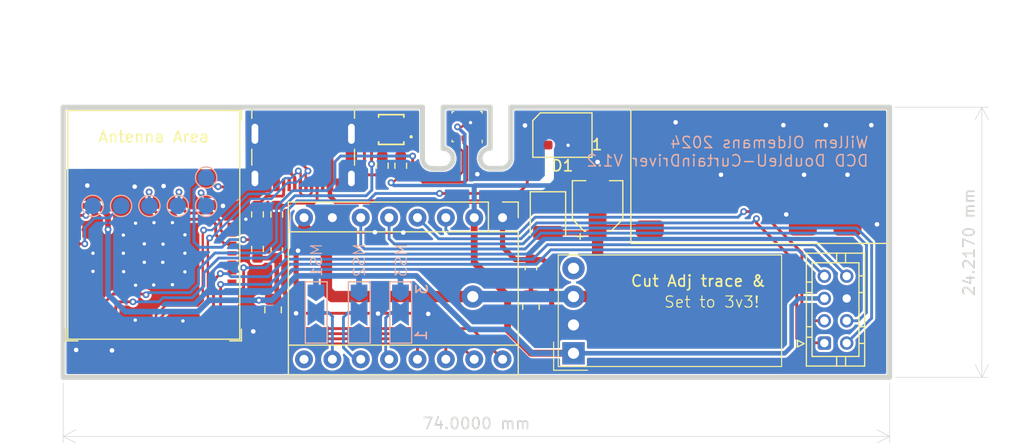
<source format=kicad_pcb>
(kicad_pcb
	(version 20240108)
	(generator "pcbnew")
	(generator_version "8.0")
	(general
		(thickness 1.6)
		(legacy_teardrops no)
	)
	(paper "A4")
	(title_block
		(comment 4 "AISLER Project ID: SWVGLRMQ")
	)
	(layers
		(0 "F.Cu" signal)
		(31 "B.Cu" signal)
		(32 "B.Adhes" user "B.Adhesive")
		(33 "F.Adhes" user "F.Adhesive")
		(34 "B.Paste" user)
		(35 "F.Paste" user)
		(36 "B.SilkS" user "B.Silkscreen")
		(37 "F.SilkS" user "F.Silkscreen")
		(38 "B.Mask" user)
		(39 "F.Mask" user)
		(40 "Dwgs.User" user "User.Drawings")
		(41 "Cmts.User" user "User.Comments")
		(42 "Eco1.User" user "User.Eco1")
		(43 "Eco2.User" user "User.Eco2")
		(44 "Edge.Cuts" user)
		(45 "Margin" user)
		(46 "B.CrtYd" user "B.Courtyard")
		(47 "F.CrtYd" user "F.Courtyard")
		(48 "B.Fab" user)
		(49 "F.Fab" user)
		(50 "User.1" user)
		(51 "User.2" user)
		(52 "User.3" user)
		(53 "User.4" user)
		(54 "User.5" user)
		(55 "User.6" user)
		(56 "User.7" user)
		(57 "User.8" user)
		(58 "User.9" user)
	)
	(setup
		(stackup
			(layer "F.SilkS"
				(type "Top Silk Screen")
				(color "Black")
			)
			(layer "F.Paste"
				(type "Top Solder Paste")
			)
			(layer "F.Mask"
				(type "Top Solder Mask")
				(color "#FFFFFFFF")
				(thickness 0.01)
			)
			(layer "F.Cu"
				(type "copper")
				(thickness 0.035)
			)
			(layer "dielectric 1"
				(type "core")
				(thickness 1.51)
				(material "FR4")
				(epsilon_r 4.5)
				(loss_tangent 0.02)
			)
			(layer "B.Cu"
				(type "copper")
				(thickness 0.035)
			)
			(layer "B.Mask"
				(type "Bottom Solder Mask")
				(color "#FFFFFFFF")
				(thickness 0.01)
			)
			(layer "B.Paste"
				(type "Bottom Solder Paste")
			)
			(layer "B.SilkS"
				(type "Bottom Silk Screen")
				(color "Black")
			)
			(copper_finish "None")
			(dielectric_constraints no)
		)
		(pad_to_mask_clearance 0)
		(allow_soldermask_bridges_in_footprints no)
		(pcbplotparams
			(layerselection 0x00010fc_ffffffff)
			(plot_on_all_layers_selection 0x0000000_00000000)
			(disableapertmacros no)
			(usegerberextensions no)
			(usegerberattributes yes)
			(usegerberadvancedattributes yes)
			(creategerberjobfile yes)
			(dashed_line_dash_ratio 12.000000)
			(dashed_line_gap_ratio 3.000000)
			(svgprecision 4)
			(plotframeref no)
			(viasonmask no)
			(mode 1)
			(useauxorigin no)
			(hpglpennumber 1)
			(hpglpenspeed 20)
			(hpglpendiameter 15.000000)
			(pdf_front_fp_property_popups yes)
			(pdf_back_fp_property_popups yes)
			(dxfpolygonmode yes)
			(dxfimperialunits yes)
			(dxfusepcbnewfont yes)
			(psnegative no)
			(psa4output no)
			(plotreference yes)
			(plotvalue yes)
			(plotfptext yes)
			(plotinvisibletext no)
			(sketchpadsonfab no)
			(subtractmaskfromsilk no)
			(outputformat 1)
			(mirror no)
			(drillshape 1)
			(scaleselection 1)
			(outputdirectory "")
		)
	)
	(net 0 "")
	(net 1 "/STEP_STP")
	(net 2 "GND")
	(net 3 "/STEP_1A")
	(net 4 "/STEP_EN")
	(net 5 "+3V3")
	(net 6 "/LED_DATA")
	(net 7 "/STEP_1B")
	(net 8 "/STEP_2A")
	(net 9 "unconnected-(U1-IO7-Pad11)")
	(net 10 "unconnected-(U1-IO6-Pad10)")
	(net 11 "Net-(A1-MS2)")
	(net 12 "/STEP_RST")
	(net 13 "/STEP_2B")
	(net 14 "Net-(A1-MS3)")
	(net 15 "/STEP_DIR")
	(net 16 "/STEP_SLEEP")
	(net 17 "Net-(A1-MS1)")
	(net 18 "/USB_N")
	(net 19 "/USB_P")
	(net 20 "+12V")
	(net 21 "/HAL_PULSE")
	(net 22 "/HAL_DIR")
	(net 23 "VBUS")
	(net 24 "unconnected-(U1-IO8-Pad12)")
	(net 25 "unconnected-(U1-IO11-Pad15)")
	(net 26 "unconnected-(U1-IO1-Pad5)")
	(net 27 "unconnected-(U1-IO2-Pad6)")
	(net 28 "unconnected-(U1-IO10-Pad14)")
	(net 29 "unconnected-(U1-IO5-Pad9)")
	(net 30 "unconnected-(U1-IO4-Pad8)")
	(net 31 "unconnected-(U1-IO36-Pad32)")
	(net 32 "/SDA")
	(net 33 "/TXD")
	(net 34 "/SCL")
	(net 35 "unconnected-(U1-IO35-Pad31)")
	(net 36 "unconnected-(U1-IO48-Pad30)")
	(net 37 "/RXD")
	(net 38 "/GPIO0")
	(net 39 "unconnected-(U1-IO47-Pad27)")
	(net 40 "/GPIO46")
	(net 41 "unconnected-(U5-SDO-Pad5)")
	(net 42 "/GPIO3")
	(net 43 "/EN")
	(net 44 "unconnected-(U4-NC-Pad4)")
	(net 45 "unconnected-(U4-INT-Pad2)")
	(net 46 "unconnected-(U1-IO45-Pad41)")
	(net 47 "Net-(J5-CC2)")
	(net 48 "Net-(J5-CC1)")
	(net 49 "unconnected-(J5-SBU2-PadB8)")
	(net 50 "unconnected-(J5-SBU1-PadA8)")
	(net 51 "unconnected-(PS1-EN-Pad4)")
	(net 52 "unconnected-(U1-IO41-Pad37)")
	(net 53 "unconnected-(U1-IO26-Pad26)")
	(net 54 "unconnected-(U1-IO40-Pad36)")
	(net 55 "unconnected-(U1-IO39-Pad35)")
	(net 56 "unconnected-(U1-IO42-Pad38)")
	(net 57 "unconnected-(U1-IO9-Pad13)")
	(net 58 "unconnected-(U1-IO37-Pad33)")
	(net 59 "unconnected-(U1-IO21-Pad25)")
	(net 60 "unconnected-(A1-~{ENABLE}-Pad9)")
	(net 61 "unconnected-(D1-DOUT-Pad2)")
	(footprint "Connector_USB:USB_C_Receptacle_Molex_217179" (layer "F.Cu") (at 102.6668 71.006 180))
	(footprint "Module:Regulator module_3v3V_3A_THT" (layer "F.Cu") (at 135.509 85.598 180))
	(footprint "Resistor_SMD:R_0603_1608Metric" (layer "F.Cu") (at 111.4044 72.5932 -90))
	(footprint "Capacitor_SMD:C_0805_2012Metric" (layer "F.Cu") (at 99.9744 85.5218 -90))
	(footprint "Resistor_SMD:R_0603_1608Metric" (layer "F.Cu") (at 109.7534 72.5932 -90))
	(footprint "Resistor_SMD:R_0603_1608Metric" (layer "F.Cu") (at 98.5774 80.0608 -90))
	(footprint "Capacitor_SMD:C_0805_2012Metric" (layer "F.Cu") (at 123.063 85.217 -90))
	(footprint "Diode_SMD:D_1210_3225Metric" (layer "F.Cu") (at 124.587 77.216 -90))
	(footprint "Espressif:ESP32-S3-MINI-1" (layer "F.Cu") (at 89.2914 80.4484))
	(footprint "Capacitor_SMD:C_0603_1608Metric" (layer "F.Cu") (at 123.063 81.788 90))
	(footprint "Module:USB-PD-trigger" (layer "F.Cu") (at 143.51 73.5584 180))
	(footprint "Package_LGA:Bosch_LGA-8_2.5x2.5mm_P0.65mm_ClockwisePinNumbering" (layer "F.Cu") (at 117.348 69.1 180))
	(footprint "OptoDevice:SON-06-FN_2000X2400_AMS" (layer "F.Cu") (at 110.5535 69.352414 180))
	(footprint "Resistor_SMD:R_0603_1608Metric" (layer "F.Cu") (at 98.5774 76.962 -90))
	(footprint "Resistor_SMD:R_0603_1608Metric" (layer "F.Cu") (at 100.3046 76.962 -90))
	(footprint "Module:Pololu_Breakout-16_15.2x20.3mm" (layer "F.Cu") (at 120.523 77.2514 -90))
	(footprint "Capacitor_SMD:CP_Elec_4x5.4" (layer "F.Cu") (at 129.032 76.2 90))
	(footprint "Connector_JST:JST_PHD_B8B-PHDSS_2x04_P2.00mm_Vertical" (layer "F.Cu") (at 149.3365 88.4964 90))
	(footprint "LED_SMD:LED_WS2812B-Mini_PLCC4_3.5x3.5mm" (layer "F.Cu") (at 125.8824 69.85 180))
	(footprint "Capacitor_SMD:C_0603_1608Metric" (layer "F.Cu") (at 100.3 80.1 90))
	(footprint "TestPoint:TestPoint_Pad_D1.5mm" (layer "B.Cu") (at 88.9 76.2 180))
	(footprint "Jumper:SolderJumper-3_P2.0mm_Open_TrianglePad1.0x1.5mm_NumberLabels" (layer "B.Cu") (at 111.379 85.7504 90))
	(footprint "TestPoint:TestPoint_Pad_D1.5mm" (layer "B.Cu") (at 93.98 76.2 180))
	(footprint "TestPoint:TestPoint_Pad_D1.5mm" (layer "B.Cu") (at 86.36 76.2 180))
	(footprint "TestPoint:TestPoint_Pad_D1.5mm" (layer "B.Cu") (at 83.82 76.2 180))
	(footprint "Jumper:SolderJumper-3_P2.0mm_Open_TrianglePad1.0x1.5mm_NumberLabels" (layer "B.Cu") (at 107.6706 85.7504 90))
	(footprint "TestPoint:TestPoint_Pad_D1.5mm" (layer "B.Cu") (at 91.44 76.2 180))
	(footprint "Jumper:SolderJumper-3_P2.0mm_Open_TrianglePad1.0x1.5mm_NumberLabels" (layer "B.Cu") (at 103.8098 85.7504 90))
	(footprint "TestPoint:TestPoint_Pad_D1.5mm" (layer "B.Cu") (at 93.98 73.66 180))
	(gr_line
		(start 155.1784 91.567)
		(end 155.1784 67.35)
		(stroke
			(width 0.45)
			(type default)
		)
		(layer "Edge.Cuts")
		(uuid "0f7381b7-9019-412a-9444-8c5ab05ff073")
	)
	(gr_line
		(start 81.1784 91.567)
		(end 155.1784 91.567)
		(stroke
			(width 0.45)
			(type default)
		)
		(layer "Edge.Cuts")
		(uuid "1662b304-e5c6-4323-91a8-01b4a835ff87")
	)
	(gr_line
		(start 81.1784 91.567)
		(end 81.1784 67.35)
		(stroke
			(width 0.45)
			(type default)
		)
		(layer "Edge.Cuts")
		(uuid "5c8b505a-bb7c-4a18-ba43-9b59b6ee1373")
	)
	(gr_line
		(start 113.35 67.35)
		(end 113.35 71.95)
		(stroke
			(width 0.45)
			(type default)
		)
		(layer "Edge.Cuts")
		(uuid "5fa47b71-a98b-49f9-b5c7-34d7664f4bd8")
	)
	(gr_line
		(start 119.416394 72.8328)
		(end 120.366394 72.8328)
		(stroke
			(width 0.45)
			(type default)
		)
		(layer "Edge.Cuts")
		(uuid "79ba6e91-e85a-4500-9b68-75afeb9dbbf1")
	)
	(gr_line
		(start 119.416394 67.35)
		(end 115.2 67.35)
		(stroke
			(width 0.45)
			(type default)
		)
		(layer "Edge.Cuts")
		(uuid "87762eea-8a93-43a4-8527-10d84353c24f")
	)
	(gr_line
		(start 121.266394 71.9328)
		(end 121.266394 67.35)
		(stroke
			(width 0.45)
			(type default)
		)
		(layer "Edge.Cuts")
		(uuid "a5226c6f-9f52-4741-9b29-7e1c7fad96f9")
	)
	(gr_line
		(start 114.25 72.85)
		(end 115.2 72.85)
		(stroke
			(width 0.45)
			(type default)
		)
		(layer "Edge.Cuts")
		(uuid "afbea572-0c78-4b71-80ed-28b8e05b4b2a")
	)
	(gr_arc
		(start 119.416394 72.8328)
		(mid 118.516394 71.9328)
		(end 119.416394 71.0328)
		(stroke
			(width 0.45)
			(type default)
		)
		(layer "Edge.Cuts")
		(uuid "c187a1b4-1f99-4180-9304-18806c1929dc")
	)
	(gr_arc
		(start 121.266394 71.9328)
		(mid 121.003652 72.570058)
		(end 120.366394 72.8328)
		(stroke
			(width 0.45)
			(type default)
		)
		(layer "Edge.Cuts")
		(uuid "c7e0ec5c-1757-456d-b444-1f6c0463f099")
	)
	(gr_line
		(start 119.416394 71.0328)
		(end 119.416394 67.35)
		(stroke
			(width 0.45)
			(type default)
		)
		(layer "Edge.Cuts")
		(uuid "d3b01630-3053-4b8a-b9a3-1bbb69df3a69")
	)
	(gr_line
		(start 115.2 71.05)
		(end 115.2 67.35)
		(stroke
			(width 0.45)
			(type default)
		)
		(layer "Edge.Cuts")
		(uuid "d4025406-da3a-4422-8923-c2b53184d6dd")
	)
	(gr_arc
		(start 115.2 71.05)
		(mid 116.1 71.95)
		(end 115.2 72.85)
		(stroke
			(width 0.45)
			(type default)
		)
		(layer "Edge.Cuts")
		(uuid "e0874d3a-705a-4cdb-9f3f-8e4b478b270b")
	)
	(gr_arc
		(start 114.25 72.85)
		(mid 113.612742 72.587257)
		(end 113.35 71.95)
		(stroke
			(width 0.45)
			(type default)
		)
		(layer "Edge.Cuts")
		(uuid "e7377db4-ceaa-490c-a8ac-1b4738ecf95d")
	)
	(gr_line
		(start 155.1784 67.35)
		(end 121.266394 67.35)
		(stroke
			(width 0.45)
			(type default)
		)
		(layer "Edge.Cuts")
		(uuid "f6090eff-e4a4-4db1-9ef0-e9d1062fbeed")
	)
	(gr_line
		(start 113.35 67.35)
		(end 81.1784 67.35)
		(stroke
			(width 0.45)
			(type default)
		)
		(layer "Edge.Cuts")
		(uuid "fcc46d19-eb6e-4661-977e-1eb5f98f68f6")
	)
	(gr_text "MS1\n"
		(at 104.4448 79.4766 90)
		(layer "B.SilkS")
		(uuid "377f62fa-5c02-4418-be11-fb22563fc426")
		(effects
			(font
				(size 1 1)
				(thickness 0.1)
			)
			(justify left bottom mirror)
		)
	)
	(gr_text "MS3"
		(at 112.0394 79.4766 90)
		(layer "B.SilkS")
		(uuid "3cac820d-ff23-4e2c-8acd-2032109dd062")
		(effects
			(font
				(size 1 1)
				(thickness 0.1)
			)
			(justify left bottom mirror)
		)
	)
	(gr_text "Willem Oldemans 2024\nDCD DoubleU-CurtainDriver V1.2\n"
		(at 153.3652 72.7456 0)
		(layer "B.SilkS")
		(uuid "931c8843-ce7c-437f-bc10-eb2990d45165")
		(effects
			(font
				(size 1.016 1.016)
				(thickness 0.127)
			)
			(justify left bottom mirror)
		)
	)
	(gr_text "MS2"
		(at 108.2802 79.4766 90)
		(layer "B.SilkS")
		(uuid "eae4f3ae-de2f-4e0b-86aa-41b0df6db60c")
		(effects
			(font
				(size 1 1)
				(thickness 0.1)
			)
			(justify left bottom mirror)
		)
	)
	(dimension
		(type aligned)
		(layer "Edge.Cuts")
		(uuid "446f9656-57d9-44c9-8c67-739f5069f7b2")
		(pts
			(xy 81.1784 91.567) (xy 155.1784 91.567)
		)
		(height 5.289999)
		(gr_text "74.0000 mm"
			(at 118.1784 95.706999 0)
			(layer "Edge.Cuts")
			(uuid "446f9656-57d9-44c9-8c67-739f5069f7b2")
			(effects
				(font
					(size 1 1)
					(thickness 0.15)
				)
			)
		)
		(format
			(prefix "")
			(suffix "")
			(units 3)
			(units_format 1)
			(precision 4)
		)
		(style
			(thickness 0.05)
			(arrow_length 1.27)
			(text_position_mode 0)
			(extension_height 0.58642)
			(extension_offset 0.5) keep_text_aligned)
	)
	(dimension
		(type aligned)
		(layer "Edge.Cuts")
		(uuid "4c08de21-ceeb-4f2b-b74e-460e3fbadb7c")
		(pts
			(xy 155.1784 91.567) (xy 155.1784 67.35)
		)
		(height 8.26)
		(gr_text "24.2170 mm"
			(at 162.2884 79.4585 90)
			(layer "Edge.Cuts")
			(uuid "4c08de21-ceeb-4f2b-b74e-460e3fbadb7c")
			(effects
				(font
					(size 1 1)
					(thickness 0.15)
				)
			)
		)
		(format
			(prefix "")
			(suffix "")
			(units 3)
			(units_format 1)
			(precision 4)
		)
		(style
			(thickness 0.05)
			(arrow_length 1.27)
			(text_position_mode 0)
			(extension_height 0.58642)
			(extension_offset 0.5) keep_text_aligned)
	)
	(segment
		(start 88.0872 89.6112)
		(end 87.5914 89.1154)
		(width 0.254)
		(layer "F.Cu")
		(net 1)
		(uuid "25e0c9c1-b7d2-4c60-a3ad-d56241274624")
	)
	(segment
		(start 117.983 89.9514)
		(end 115.687 87.6554)
		(width 0.254)
		(layer "F.Cu")
		(net 1)
		(uuid "33f16364-43ea-41fb-8681-d6e5423bd71e")
	)
	(segment
		(start 87.5914 89.1154)
		(end 87.5914 87.4484)
		(width 0.254)
		(layer "F.Cu")
		(net 1)
		(uuid "4a002c7a-675f-4b0d-a3a5-53201be199aa")
	)
	(segment
		(start 99.545644 89.6112)
		(end 88.0872 89.6112)
		(width 0.254)
		(layer "F.Cu")
		(net 1)
		(uuid "b48d1b9a-95dc-4458-adf8-6d4d7df53d00")
	)
	(segment
		(start 101.501444 87.6554)
		(end 99.545644 89.6112)
		(width 0.254)
		(layer "F.Cu")
		(net 1)
		(uuid "b8b0ca0a-f68e-472e-9d3a-8dc23e9bd45b")
	)
	(segment
		(start 115.687 87.6554)
		(end 101.501444 87.6554)
		(width 0.254)
		(layer "F.Cu")
		(net 1)
		(uuid "bc84c112-4c5d-410e-bf31-58b7c1194cef")
	)
	(segment
		(start 87.503 76.1746)
		(end 87.503 76.327)
		(width 0.254)
		(layer "F.Cu")
		(net 2)
		(uuid "03a070be-d6e3-4695-b04d-780c99724b23")
	)
	(segment
		(start 109.347 85.8266)
		(end 105.6386 85.8266)
		(width 0.254)
		(layer "F.Cu")
		(net 2)
		(uuid "0617dd34-5932-4281-8d70-bc2655d19ad0")
	)
	(segment
		(start 121.653 81.013)
		(end 120.523 79.883)
		(width 0.4572)
		(layer "F.Cu")
		(net 2)
		(uuid "08dc2606-b53a-40dc-9803-14e623184884")
	)
	(segment
		(start 98.1964 87.4484)
		(end 96.2914 87.4484)
		(width 0.4572)
		(layer "F.Cu")
		(net 2)
		(uuid "1308a1ad-a39d-4511-9634-a2ca85e171c1")
	)
	(segment
		(start 98.5774 77.787)
		(end 97.9038 77.787)
		(width 0.4064)
		(layer "F.Cu")
		(net 2)
		(uuid "13cc14ac-0172-4146-82f2-754570793d37")
	)
	(segment
		(start 108.060999 68.66)
		(end 106.9868 69.734199)
		(width 0.4572)
		(layer "F.Cu")
		(net 2)
		(uuid "15510c4f-c8a6-4e4d-96f4-6f71f6771135")
	)
	(segment
		(start 97.536 77.4192)
		(end 97.536 77.3938)
		(width 0.4064)
		(layer "F.Cu")
		(net 2)
		(uuid "15cf4e7f-e6f6-49f9-8bbc-1afd88044d94")
	)
	(segment
		(start 97.9038 77.787)
		(end 97.536 77.4192)
		(width 0.4064)
		(layer "F.Cu")
		(net 2)
		(uuid "162c44f4-9a33-4116-9b16-8bbb8259206a")
	)
	(segment
		(start 113.8682 85.8774)
		(end 113.8174 85.8266)
		(width 0.254)
		(layer "F.Cu")
		(net 2)
		(uuid "175b5006-563f-4ddd-a633-170bc205d7d9")
	)
	(segment
		(start 87.6414 78.7984)
		(end 86.5842 78.7984)
		(width 0.4572)
		(layer "F.Cu")
		(net 2)
		(uuid "1d819607-c5f0-4211-87f6-269481d9a37f")
	)
	(segment
		(start 120.523 79.883)
		(end 120.523 77.2514)
		(width 0.4572)
		(layer "F.Cu")
		(net 2)
		(uuid "1da0b86f-472a-4962-9d0f-f55d5083831b")
	)
	(segment
		(start 90.9414 78.7984)
		(end 92.0706 78.7984)
		(width 0.4572)
		(layer "F.Cu")
		(net 2)
		(uuid "1ebe1a2b-2d3e-4fae-b85b-8cb6d91b78e3")
	)
	(segment
		(start 87.503 76.327)
		(end 87.6586 76.4826)
		(width 0.254)
		(layer "F.Cu")
		(net 2)
		(uuid "224c4d00-6c8f-4eb0-80c3-b197683eb915")
	)
	(segment
		(start 105.283 77.2514)
		(end 106.5938 78.5622)
		(width 0.254)
		(layer "F.Cu")
		(net 2)
		(uuid "2b242c40-15e3-4c84-8c79-3c5e2171cb7b")
	)
	(segment
		(start 98.061 73.4484)
		(end 98.3468 73.7342)
		(width 0.254)
		(layer "F.Cu")
		(net 2)
		(uuid "2c01b4fa-547a-44cf-99b3-044c63effae4")
	)
	(segment
		(start 151.537 77.906)
		(end 147.537 77.906)
		(width 0.4572)
		(layer "F.Cu")
		(net 2)
		(uuid "2e6e067d-54dd-406f-b677-36c385290ae6")
	)
	(segment
		(start 151.537 73.533)
		(end 151.537 77.906)
		(width 0.4572)
		(layer "F.Cu")
		(net 2)
		(uuid "300d2f37-6879-41d8-ae84-f9236615361f")
	)
	(segment
		(start 86.5974 82.0984)
		(end 86.5918 82.0928)
		(width 0.4572)
		(layer "F.Cu")
		(net 2)
		(uuid "3200bcfd-6c85-4ebe-a652-875c8e4d2d91")
	)
	(segment
		(start 106.5938 78.5622)
		(end 109.093 78.5622)
		(width 0.254)
		(layer "F.Cu")
		(net 2)
		(uuid "332331dd-7c37-4b3f-b8b1-043d85368054")
	)
	(segment
		(start 118.323 70.591397)
		(end 118.323 70.125)
		(width 0.2032)
		(layer "F.Cu")
		(net 2)
		(uuid "33cfbdb1-6129-427d-9976-dddbebc5027b")
	)
	(segment
		(start 98.921799 74.131399)
		(end 98.3468 73.5564)
		(width 0.4572)
		(layer "F.Cu")
		(net 2)
		(uuid "3644e35f-8311-4803-a52f-a7502e5c1740")
	)
	(segment
		(start 149.479 68.961)
		(end 151.482 68.961)
		(width 0.4572)
		(layer "F.Cu")
		(net 2)
		(uuid "3a6c4996-cd2c-44d0-a672-7f4d47e0671f")
	)
	(segment
		(start 87.6414 82.0984)
		(end 86.5974 82.0984)
		(width 0.4572)
		(layer "F.Cu")
		(net 2)
		(uuid "3cbf49fc-16cb-476f-afc6-19d00ef50c91")
	)
	(segment
		(start 153.488 68.906)
		(end 153.543 68.961)
		(width 0.4572)
		(layer "F.Cu")
		(net 2)
		(uuid "3df12c81-a232-4938-a096-4e7c7c6f9d11")
	)
	(segment
		(start 123.063 81.013)
		(end 124.1422 81.013)
		(width 0.4572)
		(layer "F.Cu")
		(net 2)
		(uuid "435020a6-fd68-4ef3-85d6-844e9a3fc275")
	)
	(segment
		(start 117.793828 71.097824)
		(end 118.022276 70.869376)
		(width 0.2032)
		(layer "F.Cu")
		(net 2)
		(uuid "439d1f34-8508-4abb-a6f9-1e18fc99e524")
	)
	(segment
		(start 118.105452 70.808945)
		(end 118.323 70.591397)
		(width 0.2032)
		(layer "F.Cu")
		(net 2)
		(uuid "44ec8d73-86e5-4591-a76c-6f5506a5dbca")
	)
	(segment
		(start 83.3414 74.3712)
		(end 85.6996 74.3712)
		(width 0.254)
		(layer "F.Cu")
		(net 2)
		(uuid "4518ead5-368c-4288-9a33-a87ce65b5706")
	)
	(segment
		(start 129.032 74.4)
		(end 129.032 72.263)
		(width 0.4572)
		(layer "F.Cu")
		(net 2)
		(uuid "463765f9-4f86-4373-afe9-43f42c9e3b8b")
	)
	(segment
		(start 106.411801 74.131399)
		(end 106.9868 73.5564)
		(width 0.4572)
		(layer "F.Cu")
		(net 2)
		(uuid "466a86ef-8450-4c71-9046-d48042cc9742")
	)
	(segment
		(start 89.2914 77.7168)
		(end 89.3096 77.6986)
		(width 0.4572)
		(layer "F.Cu")
		(net 2)
		(uuid "4683f34e-f26a-4ba3-9ed9-b47d4a278983")
	)
	(segment
		(start 133.837 68.706)
		(end 136.016 68.706)
		(width 0.4572)
		(layer "F.Cu")
		(net 2)
		(uuid "4705d857-d5b3-4a2f-97ae-6e5e66b23521")
	)
	(segment
		(start 97.536 77.3938)
		(end 97.5106 77.3938)
		(width 0.4064)
		(layer "F.Cu")
		(net 2)
		(uuid "4ae367fe-aa91-437e-91b5-785b6b87b00a")
	)
	(segment
		(start 83.3414 74.3712)
		(end 83.2142 74.4984)
		(width 0.4572)
		(layer "F.Cu")
		(net 2)
		(uuid "4bc0435c-c644-4832-add1-aae1d72fc202")
	)
	(segment
		(start 108.801399 67.9196)
		(end 108.060999 68.66)
		(width 0.254)
		(layer "F.Cu")
		(net 2)
		(uuid "4e5a29da-620b-484a-b43a-aaed9ea8622d")
	)
	(segment
		(start 110.998 67.9196)
		(end 108.801399 67.9196)
		(width 0.254)
		(layer "F.Cu")
		(net 2)
		(uuid "4fe08998-9381-4cbc-ab46-2061073d1ae2")
	)
	(segment
		(start 151.482 68.961)
		(end 151.537 68.906)
		(width 0.4572)
		(layer "F.Cu")
		(net 2)
		(uuid "52ffbf8e-ca57-4854-8a0f-9b2f3ad2f3c6")
	)
	(segment
		(start 111.379 68.3006)
		(end 110.998 67.9196)
		(width 0.254)
		(layer "F.Cu")
		(net 2)
		(uuid "58737239-dd1a-4d57-a30a-d2f64b8c6d69")
	)
	(segment
		(start 90.9414 82.0984)
		(end 90.9414 83.242)
		(width 0.4572)
		(layer "F.Cu")
		(net 2)
		(uuid "59d8cad2-cb80-4a3c-9493-a4a33ff82fac")
	)
	(segment
		(start 109.3724 85.852)
		(end 109.347 85.8266)
		(width 0.254)
		(layer "F.Cu")
		(net 2)
		(uuid "5b5da32a-2558-46a4-93a5-a4d3b4babd85")
	)
	(segment
		(start 153.996 77.906)
		(end 154.051 77.851)
		(width 0.4572)
		(layer "F.Cu")
		(net 2)
		(uuid "5e2d3faa-7422-43b0-b089-3bae4d3a4c4f")
	)
	(segment
		(start 83.3414 73.4484)
		(end 96.2914 73.4484)
		(width 0.4572)
		(layer "F.Cu")
		(net 2)
		(uuid "6017155f-ef76-429a-aeed-461115b389d6")
	)
	(segment
		(start 83.2142 74.4984)
		(end 82.2914 74.4984)
		(width 0.4572)
		(layer "F.Cu")
		(net 2)
		(uuid "61320601-8c0e-4c75-9f83-f95336bc0b52")
	)
	(segment
		(start 109.1184 78.5876)
		(end 111.633 78.5876)
		(width 0.254)
		(layer "F.Cu")
		(net 2)
		(uuid "62763d66-6206-4932-8a78-737d1bb0a1e7")
	)
	(segment
		(start 87.6414 77.7666)
		(end 87.6586 77.7494)
		(width 0.4572)
		(layer "F.Cu")
		(net 2)
		(uuid "628949c3-7465-48eb-a3f1-27cee0dc9534")
	)
	(segment
		(start 99.466801 74.131399)
		(end 98.921799 74.131399)
		(width 0.4572)
		(layer "F.Cu")
		(net 2)
		(uuid "630bc979-2aff-4e0e-a371-5fcf6d3322b4")
	)
	(segment
		(start 105.866801 74.131399)
		(end 106.411801 74.131399)
		(width 0.4572)
		(layer "F.Cu")
		(net 2)
		(uuid "6405888b-544f-45f7-9663-823ad3e20e2e")
	)
	(segment
		(start 87.5914 73.4484)
		(end 87.5914 74.4606)
		(width 0.4572)
		(layer "F.Cu")
		(net 2)
		(uuid "6429a8ec-2d8b-4bf6-bfc5-1ba274c84539")
	)
	(segment
		(start 89.2914 78.7984)
		(end 89.2914 82.0984)
		(width 0.4572)
		(layer "F.Cu")
		(net 2)
		(uuid "647f19c6-2a57-4006-8f6d-46468b7028bf")
	)
	(segment
		(start 87.6414 78.7984)
		(end 87.6414 77.7666)
		(width 0.4572)
		(layer "F.Cu")
		(net 2)
		(uuid "652bad82-91a2-4835-a1be-d6fa53acab9b")
	)
	(segment
		(start 87.5914 74.4606)
		(end 87.5792 74.4728)
		(width 0.4572)
		(layer "F.Cu")
		(net 2)
		(uuid "66452df4-ba97-4566-a72f-edbb5dd7fd99")
	)
	(segment
		(start 85.6996 74.3712)
		(end 87.503 76.1746)
		(width 0.254)
		(layer "F.Cu")
		(net 2)
		(uuid "67dc49dd-0ee2-45d8-af08-86791a7afd76")
	)
	(segment
		(start 124.9172 86.167)
		(end 125.283 86.167)
		(width 0.4572)
		(layer "F.Cu")
		(net 2)
		(uuid "6a271d5e-7caa-480a-ae2d-606638b272b9")
	)
	(segment
		(start 117.673 68.075)
		(end 117.673 68.7122)
		(width 0.2032)
		(layer "F.Cu")
		(net 2)
		(uuid "6a3c3525-ab49-435c-93cb-4461939d46aa")
	)
	(segment
		(start 82.3642 75.3484)
		(end 82.2914 75.3484)
		(width 0.4572)
		(layer "F.Cu")
		(net 2)
		(uuid "6c517625-5685-4621-9222-0eaf6229868d")
	)
	(segment
		(start 151.537 68.906)
		(end 151.537 73.533)
		(width 0.4572)
		(layer "F.Cu")
		(net 2)
		(uuid "6dc59bf0-d6b6-4406-8517-1e624c7ebc19")
	)
	(segment
		(start 125.984 86.868)
		(end 126.873 86.868)
		(width 0.4572)
		(layer "F.Cu")
		(net 2)
		(uuid "7017be57-bb45-450a-846a-ad282ae22556")
	)
	(segment
		(start 136.016 68.706)
		(end 136.017 68.707)
		(width 0.4572)
		(layer "F.Cu")
		(net 2)
		(uuid "715c72f0-91a4-476c-8858-0fcd661ce531")
	)
	(segment
		(start 90.9414 77.7178)
		(end 90.9606 77.6986)
		(width 0.4572)
		(layer "F.Cu")
		(net 2)
		(uuid "71feeba1-7a02-44fa-ae1c-445c944a4277")
	)
	(segment
		(start 147.537 68.906)
		(end 149.424 68.906)
		(width 0.4572)
		(layer "F.Cu")
		(net 2)
		(uuid "720c20e1-43a6-493e-9b43-235e973b231f")
	)
	(segment
		(start 106.9868 69.734199)
		(end 98.3468 69.734199)
		(width 1.016)
		(layer "F.Cu")
		(net 2)
		(uuid "7224d7fa-0223-4b78-b5e8-3b5394d1cc94")
	)
	(segment
		(start 118.022276 70.869376)
		(end 118.105452 70.808945)
		(width 0.2032)
		(layer "F.Cu")
		(net 2)
		(uuid "72704bbe-56d0-4be4-9d8f-1c53728d1330")
	)
	(segment
		(start 82.2914 89.0614)
		(end 82.34 89.11)
		(width 0.4572)
		(layer "F.Cu")
		(net 2)
		(uuid "73170a8c-0441-4c7f-8782-851722eef54e")
	)
	(segment
		(start 102.2096 80.2132)
		(end 102.0318 80.391)
		(width 0.4572)
		(layer "F.Cu")
		(net 2)
		(uuid "736d6596-038a-4098-b293-83a839ed2617")
	)
	(segment
		(start 82.2914 87.4484)
		(end 82.2914 89.0614)
		(width 0.4572)
		(layer "F.Cu")
		(net 2)
		(uuid "74c59eee-dca0-4925-8a60-33e5945252c9")
	)
	(segment
		(start 145.724 68.906)
		(end 145.669 68.961)
		(width 0.4572)
		(layer "F.Cu")
		(net 2)
		(uuid "76c2c308-4c68-474c-b91e-182d63d95165")
	)
	(segment
		(start 95.485514 76.1984)
		(end 96.2914 76.1984)
		(width 0.4572)
		(layer "F.Cu")
		(net 2)
		(uuid "798f3393-6b47-4159-a9a0-db8fcaaf4e6c")
	)
	(segment
		(start 82.2914 75.3484)
		(end 82.2914 73.4484)
		(width 0.4572)
		(layer "F.Cu")
		(net 2)
		(uuid "79bd9fd8-7471-49e2-84f8-2ecca313e88e")
	)
	(segment
		(start 90.9414 83.242)
		(end 90.9606 83.2612)
		(width 0.4572)
		(layer "F.Cu")
		(net 2)
		(uuid "7a19295f-4483-4691-aa95-ba022b807187")
	)
	(segment
		(start 146.867 77.906)
		(end 145.923 76.962)
		(width 0.4572)
		(layer "F.Cu")
		(net 2)
		(uuid "7ad4e2b7-f8dd-470b-8476-e8017fbaa714")
	)
	(segment
		(start 90.9414 82.1182)
		(end 92.0716 82.1182)
		(width 0.4572)
		(layer "F.Cu")
		(net 2)
		(uuid "7c1ff80f-07ed-4d56-b8df-377940f7da15")
	)
	(segment
		(start 96.2914 76.1984)
		(end 96.2914 76.66)
		(width 0.4572)
		(layer "F.Cu")
		(net 2)
		(uuid "7cb5db55-57d1-4e46-a65f-8046e47be9ca")
	)
	(segment
		(start 87.6414 82.0984)
		(end 87.6414 83.2948)
		(width 0.4572)
		(layer "F.Cu")
		(net 2)
		(uuid "7f1c6e1b-5dd0-4bc9-b215-6f329768e8b5")
	)
	(segment
		(start 123.063 81.013)
		(end 121.653 81.013)
		(width 0.4572)
		(layer "F.Cu")
		(net 2)
		(uuid "8135edd2-387f-440c-b807-e389c243dc23")
	)
	(segment
		(start 143.717 73.406)
		(end 140.081 73.406)
		(width 0.4572)
		(layer "F.Cu")
		(net 2)
		(uuid "81cb28e3-2c4b-406e-86c8-a6582379f94c")
	)
	(segment
		(start 90.9414 80.4484)
		(end 92.0716 80.4484)
		(width 0.4572)
		(layer "F.Cu")
		(net 2)
		(uuid "829e82d4-e7e6-4eda-a67e-b6231ac74f1a")
	)
	(segment
		(start 90.1414 73.4484)
		(end 90.1414 74.3934)
		(width 0.4572)
		(layer "F.Cu")
		(net 2)
		(uuid "88357f44-d7a2-4a2d-85eb-17d808b6e052")
	)
	(segment
		(start 97.1652 77.0484)
		(end 96.2914 77.0484)
		(width 0.4064)
		(layer "F.Cu")
		(net 2)
		(uuid "89525db6-0b80-4a19-a80c-33ab01b0a924")
	)
	(segment
		(start 90.9414 78.7984)
		(end 90.9414 77.7178)
		(width 0.4572)
		(layer "F.Cu")
		(net 2)
		(uuid "89b37466-477c-4544-a970-1322c8b2fb68")
	)
	(segment
		(start 98.9978 87.4484)
		(end 99.9744 86.4718)
		(width 0.4572)
		(layer "F.Cu")
		(net 2)
		(uuid "8c83983d-4852-4559-b577-9d152f3b4bbf")
	)
	(segment
		(start 96.2914 76.66)
		(end 96.2914 77.0484)
		(width 0.4572)
		(layer "F.Cu")
		(net 2)
		(uuid "8dd4bc65-c7ee-4d2f-b0eb-43a2f4b6c1f6")
	)
	(segment
		(start 147.537 77.906)
		(end 146.867 77.906)
		(width 0.4572)
		(layer "F.Cu")
		(net 2)
		(uuid "90ac71a5-cdbf-4045-949b-2e3f09873f3f")
	)
	(segment
		(start 96.3454 87.5024)
		(end 96.2914 87.4484)
		(width 0.4572)
		(layer "F.Cu")
		(net 2)
		(uuid "93901639-9357-414f-abf4-f20e8579b704")
	)
	(segment
		(start 151.537 73.533)
		(end 151.41 73.406)
		(width 0.4572)
		(layer "F.Cu")
		(net 2)
		(uuid "94ed6c74-ce33-4096-aca5-1ad4a22b56e2")
	)
	(segment
		(start 83.3414 73.4484)
		(end 82.2914 73.4484)
		(width 0.4572)
		(layer "F.Cu")
		(net 2)
		(uuid "994fd3a3-7042-48cb-a061-3cad3a1a5b30")
	)
	(segment
		(start 86.573 80.4484)
		(end 86.5664 80.4418)
		(width 0.4572)
		(layer "F.Cu")
		(net 2)
		(uuid "99f7322c-febc-43d1-b877-3df28ad31103")
	)
	(segment
		(start 151.537 68.906)
		(end 153.488 68.906)
		(width 0.4572)
		(layer "F.Cu")
		(net 2)
		(uuid "9b990e5b-9d7b-491d-bc33-e2bee67d440a")
	)
	(segment
		(start 117.673 68.7122)
		(end 117.6528 68.7324)
		(width 0.2032)
		(layer "F.Cu")
		(net 2)
		(uuid "9ee5fb09-b866-482a-b19d-cf474a07634d")
	)
	(segment
		(start 100.3046 79.3204)
		(end 100.3 79.325)
		(width 0.4572)
		(layer "F.Cu")
		(net 2)
		(uuid "a342a31c-2cfc-4a29-8925-9b8d72a46425")
	)
	(segment
		(start 109.3978 85.8266)
		(end 109.3724 85.852)
		(width 0.254)
		(layer "F.Cu")
		(net 2)
		(uuid "a3aaf920-ef88-4810-a994-d417d433bfe5")
	)
	(segment
		(start 100.3046 77.787)
		(end 98.5774 77.787)
		(width 0.4572)
		(layer "F.Cu")
		(net 2)
		(uuid "a7de720a-19c1-4872-81a4-7b9573dfe259")
	)
	(segment
		(start 122.556 68.96)
		(end 122.5296 68.9864)
		(width 0.4572)
		(layer "F.Cu")
		(net 2)
		(uuid "ab5ae55f-4492-4886-86bf-057ebafbfa83")
	)
	(segment
		(start 109.093 78.5622)
		(end 109.1184 78.5876)
		(width 0.254)
		(layer "F.Cu")
		(net 2)
		(uuid "ac631f46-1727-47de-8370-9459ca7208ec")
	)
	(segment
		(start 106.9868 69.734199)
		(end 106.9868 73.7342)
		(width 1.016)
		(layer "F.Cu")
		(net 2)
		(uuid "ad536256-1a89-484f-a6e4-52aa62e00472")
	)
	(segment
		(start 125.283 86.167)
		(end 125.984 86.868)
		(width 0.4572)
		(layer "F.Cu")
		(net 2)
		(uuid "af00c42d-40bc-4ee4-8211-415296eec827")
	)
	(segment
		(start 149.424 68.906)
		(end 149.479 68.961)
		(width 0.4572)
		(layer "F.Cu")
		(net 2)
		(uuid "af091956-08bf-4332-b23b-cdcfe209b355")
	)
	(segment
		(start 87.6414 78.7984)
		(end 87.6414 82.0984)
		(width 0.4572)
		(layer "F.Cu")
		(net 2)
		(uuid "af75d228-415c-441e-9552-19cb3c387c05")
	)
	(segment
		(start 147.537 68.906)
		(end 145.724 68.906)
		(width 0.4572)
		(layer "F.Cu")
		(net 2)
		(uuid "b16352e0-ed01-441b-9131-3e937b699413")
	)
	(segment
		(start 89.2914 78.7984)
		(end 89.2914 77.7168)
		(width 0.4572)
		(layer "F.Cu")
		(net 2)
		(uuid "b2f1f9b9-4b51-4478-b0bd-5674789b3b02")
	)
	(segment
		(start 96.2914 73.4484)
		(end 98.061 73.4484)
		(width 0.254)
		(layer "F.Cu")
		(net 2)
		(uuid "b854ae9e-f323-4967-becc-15826d1c0ab3")
	)
	(segment
		(start 86.5842 78.7984)
		(end 86.5664 78.8162)
		(width 0.4572)
		(layer "F.Cu")
		(net 2)
		(uuid "b8cbaf56-3e57-42b8-955c-adace5c92cf0")
	)
	(segment
		(start 90.9414 80.4484)
		(end 87.6414 80.4484)
		(width 0.4572)
		(layer "F.Cu")
		(net 2)
		(uuid "b96ab083-0942-4078-aed0-27fbf34ad37a")
	)
	(segment
		(start 83.3414 74.3712)
		(end 83.3414 73.4484)
		(width 0.4572)
		(layer "F.Cu")
		(net 2)
		(uuid "bbac4315-38e9-491b-8cc8-0c6158e41253")
	)
	(segment
		(start 87.6586 76.4826)
		(end 87.6586 77.7494)
		(width 0.254)
		(layer "F.Cu")
		(net 2)
		(uuid "bed06315-28e4-41e6-9541-e0344ef028f3")
	)
	(segment
		(start 124.2424 68.96)
		(end 122.556 68.96)
		(width 0.4572)
		(layer "F.Cu")
		(net 2)
		(uuid "bed66d76-bd7b-419b-b882-68ae4206ace9")
	)
	(segment
		(start 90.9414 78.7984)
		(end 87.6414 78.7984)
		(width 0.4572)
		(layer "F.Cu")
		(net 2)
		(uuid "bfc202be-2864-4456-94a4-2b56f8d1f247")
	)
	(segment
		(start 124.1422 81.013)
		(end 124.9172 81.788)
		(width 0.4572)
		(layer "F.Cu")
		(net 2)
		(uuid "c0ef0ab9-94ff-4f52-a38c-2b0b245e80f0")
	)
	(segment
		(start 102.0318 80.391)
		(end 102.0318 85.8266)
		(width 0.4572)
		(layer "F.Cu")
		(net 2)
		(uuid "c520cdc1-0e9d-40de-a362-e79d2cb7802c")
	)
	(segment
		(start 105.6386 85.8266)
		(end 102.0318 85.8266)
		(width 0.254)
		(layer "F.Cu")
		(net 2)
		(uuid "c75370d5-f398-4edd-a2dd-5a2ab5b0f095")
	)
	(segment
		(start 111.379 68.702428)
		(end 111.379 68.3006)
		(width 0.254)
		(layer "F.Cu")
		(net 2)
		(uuid "c82a2ad4-30b4-4269-9682-22ad92cf9032")
	)
	(segment
		(start 90.9414 82.0984)
		(end 87.6414 82.0984)
		(width 0.4572)
		(layer "F.Cu")
		(net 2)
		(uuid "c9d6f970-c08b-4781-8237-632a27e120c2")
	)
	(segment
		(start 113.8174 85.8266)
		(end 109.3978 85.8266)
		(width 0.254)
		(layer "F.Cu")
		(net 2)
		(uuid "c9f5e9f1-6766-44b1-a1f7-3f620e1b0335")
	)
	(segment
		(start 118.2624 73.3552)
		(end 117.793828 72.886628)
		(width 0.2032)
		(layer "F.Cu")
		(net 2)
		(uuid "cb688635-cae9-4272-980b-513f95121211")
	)
	(segment
		(start 87.6414 83.2948)
		(end 87.6586 83.312)
		(width 0.4572)
		(layer "F.Cu")
		(net 2)
		(uuid "cb76ae57-efc1-4b21-aa59-0957f4b09d58")
	)
	(segment
		(start 153.797 77.851)
		(end 154.051 77.851)
		(width 0.4572)
		(layer "F.Cu")
		(net 2)
		(uuid "cc2a17d8-3546-4616-a657-02212c037f2c")
	)
	(segment
		(start 89.2914 82.0984)
		(end 89.2914 83.2794)
		(width 0.4572)
		(layer "F.Cu")
		(net 2)
		(uuid "cc72c340-c515-44c0-8c1a-811a36c81c28")
	)
	(segment
		(start 89.2914 83.2794)
		(end 89.2842 83.2866)
		(width 0.4572)
		(layer "F.Cu")
		(net 2)
		(uuid "d108f252-09ba-4b9a-8dcd-6727f5ecff96")
	)
	(segment
		(start 90.1414 74.3934)
		(end 90.17 74.422)
		(width 0.4572)
		(layer "F.Cu")
		(net 2)
		(uuid "d4ea855c-bb08-4509-b17e-a73ce608f537")
	)
	(segment
		(start 124.9172 81.788)
		(end 124.9172 86.167)
		(width 0.4572)
		(layer "F.Cu")
		(net 2)
		(uuid "e054ddb0-fd8b-478f-a688-27bd91923e1b")
	)
	(segment
		(start 97.5106 77.3938)
		(end 97.1652 77.0484)
		(width 0.4064)
		(layer "F.Cu")
		(net 2)
		(uuid "e0aea253-77a9-403e-bb82-1bcf136247a0")
	)
	(segment
		(start 90.9414 82.0984)
		(end 90.9414 78.7984)
		(width 0.4572)
		(layer "F.Cu")
		(net 2)
		(uuid "e10d6432-7939-4f85-bd41-1672c9e107f3")
	)
	(segment
		(start 117.793828 72.886628)
		(end 117.793828 71.097824)
		(width 0.2032)
		(layer "F.Cu")
		(net 2)
		(uuid "e52244eb-2ac6-43c3-8beb-82a42f394190")
	)
	(segment
		(start 151.41 73.406)
		(end 143.717 73.406)
		(width 0.4572)
		(layer "F.Cu")
		(net 2)
		(uuid "e5dcefb0-cab5-44c2-b34c-dae0a13fadea")
	)
	(segment
		(start 100.3046 77.787)
		(end 100.3046 79.3204)
		(width 0.4572)
		(layer "F.Cu")
		(net 2)
		(uuid "e9a4df50-a32e-426f-ab63-eee4855a61f0")
	)
	(segment
		(start 87.6414 80.4484)
		(end 86.573 80.4484)
		(width 0.4572)
		(layer "F.Cu")
		(net 2)
		(uuid "ecb178c2-5e1e-415b-baa1-1c161c32166f")
	)
	(segment
		(start 92.0716 80.4484)
		(end 92.0782 80.4418)
		(width 0.4572)
		(layer "F.Cu")
		(net 2)
		(uuid "ecbd9783-87f5-4f46-afee-8f651511da17")
	)
	(segment
		(start 151.537 77.906)
		(end 153.996 77.906)
		(width 0.4572)
		(layer "F.Cu")
		(net 2)
		(uuid "f25a1778-e35f-45c3-a0be-bf81e58b8f71")
	)
	(segment
		(start 98.1964 87.4484)
		(end 98.9978 87.4484)
		(width 0.4572)
		(layer "F.Cu")
		(net 2)
		(uuid "f4f8e012-9e05-403a-9bdf-1a0680284d87")
	)
	(segment
		(start 98.3468 69.734199)
		(end 98.3468 73.7342)
		(width 1.016)
		(layer "F.Cu")
		(net 2)
		(uuid "f65c000b-06f5-45db-a011-bbeb85b5c923")
	)
	(segment
		(start 83.3414 74.3712)
		(end 82.3642 75.3484)
		(width 0.4572)
		(layer "F.Cu")
		(net 2)
		(uuid "f73ac03e-4c1d-473c-a27b-c9db6bac3bda")
	)
	(segment
		(start 147.537 77.906)
		(end 147.537 68.906)
		(width 0.4572)
		(layer "F.Cu")
		(net 2)
		(uuid "f859eaa3-ef5c-4c85-9039-458ddc383b28")
	)
	(segment
		(start 123.063 86.167)
		(end 124.9172 86.167)
		(width 0.4572)
		(layer "F.Cu")
		(net 2)
		(uuid "f9aac054-239a-4796-b7dd-3f101d75c82f")
	)
	(segment
		(start 92.0706 78.7984)
		(end 92.0782 78.7908)
		(width 0.4572)
		(layer "F.Cu")
		(net 2)
		(uuid "fc1b29ed-38d2-4679-965e-3cdf5b839fa3")
	)
	(via
		(at 90.9606 77.6986)
		(size 0.6)
		(drill 0.3)
		(layers "F.Cu" "B.Cu")
		(net 2)
		(uuid "0290a33c-55c9-4609-97ad-acd90f44d308")
	)
	(via
		(at 87.6586 77.7494)
		(size 0.6)
		(drill 0.3)
		(layers "F.Cu" "B.Cu")
		(net 2)
		(uuid "0ad25dcb-d479-47c4-8b00-3b4f0fde8a95")
	)
	(via
		(at 89.2842 83.2866)
		(size 0.6)
		(drill 0.3)
		(layers "F.Cu" "B.Cu")
		(net 2)
		(uuid "0f7541e8-95c6-44b8-922e-fa17f9734879")
	)
	(via
		(at 86.5664 78.8162)
		(size 0.6)
		(drill 0.3)
		(layers "F.Cu" "B.Cu")
		(net 2)
		(uuid "1379ed8d-cd69-48f1-8880-ddabb41aacd5")
	)
	(via
		(at 86.5664 80.4418)
		(size 0.6)
		(drill 0.3)
		(layers "F.Cu" "B.Cu")
		(net 2)
		(uuid "28252334-ece3-42cc-a8f9-a71390cf07c3")
	)
	(via
		(at 113.8682 85.8774)
		(size 0.8128)
		(drill 0.4064)
		(layers "F.Cu" "B.Cu")
		(net 2)
		(uuid "2a9cba19-fcad-438b-a186-8d2581d0969c")
	)
	(via
		(at 83.3414 74.3712)
		(size 0.8128)
		(drill 0.4064)
		(layers "F.Cu" "B.Cu")
		(net 2)
		(uuid "38994e11-996a-48ed-8c3c-1157c66eb296")
	)
	(via
		(at 153.543 68.961)
		(size 0.8128)
		(drill 0.4064)
		(layers "F.Cu" "B.Cu")
		(net 2)
		(uuid "394dcbb5-1b48-40eb-bcae-249e885c786b")
	)
	(via
		(at 92.0782 82.1116)
		(size 0.6)
		(drill 0.3)
		(layers "F.Cu" "B.Cu")
		(net 2)
		(uuid "3eccbad1-51fe-4cd5-881b-788dbbd6d1ab")
	)
	(via
		(at 90.0938 81.2546)
		(size 0.6096)
		(drill 0.3048)
		(layers "F.Cu" "B.Cu")
		(free yes)
		(net 2)
		(uuid "437ddf1f-3734-482f-8df0-5740cad6e1d0")
	)
	(via
		(at 122.5296 68.9864)
		(size 0.8128)
		(drill 0.4064)
		(layers "F.Cu" "B.Cu")
		(net 2)
		(uuid "45d37fab-9cf3-41f2-a3f1-8bfaeef087cb")
	)
	(via
		(at 154.051 77.851)
		(size 0.8128)
		(drill 0.4064)
		(layers "F.Cu" "B.Cu")
		(net 2)
		(uuid "4f56c847-4cae-4d3a-880a-29cb23516284")
	)
	(via
		(at 87.5792 74.4728)
		(size 0.8128)
		(drill 0.4064)
		(layers "F.Cu" "B.Cu")
		(net 2)
		(uuid "59aa913e-65a6-49a8-84b2-119d4192dd8e")
	)
	(via
		(at 91.8972 86.5124)
		(size 0.6096)
		(drill 0.3048)
		(layers "F.Cu" "B.Cu")
		(free yes)
		(net 2)
		(uuid "5a12bb77-4f4f-4558-b8fd-c60a5368e7d8")
	)
	(via
		(at 109.093 78.5622)
		(size 0.8128)
		(drill 0.4064)
		(layers "F.Cu" "B.Cu")
		(net 2)
		(uuid "5a31f111-f24f-4dbb-b2cb-2961e9dd0d00")
	)
	(via
		(at 88.4428 81.2546)
		(size 0.6096)
		(drill 0.3048)
		(layers "F.Cu" "B.Cu")
		(free yes)
		(net 2)
		(uuid "5bf3efcd-5739-421c-a2a2-40ae2506195d")
	)
	(via
		(at 90.1192 79.629)
		(size 0.6096)
		(drill 0.3048)
		(layers "F.Cu" "B.Cu")
		(free yes)
		(net 2)
		(uuid "5f2f3cef-ed80-40b2-a99a-9dd3d197d9fd")
	)
	(via
		(at 147.5232 73.406)
		(size 0.8128)
		(drill 0.4064)
		(layers "F.Cu" "B.Cu")
		(net 2)
		(uuid "5f3a34c1-6791-4ea4-9566-cf0
... [195512 chars truncated]
</source>
